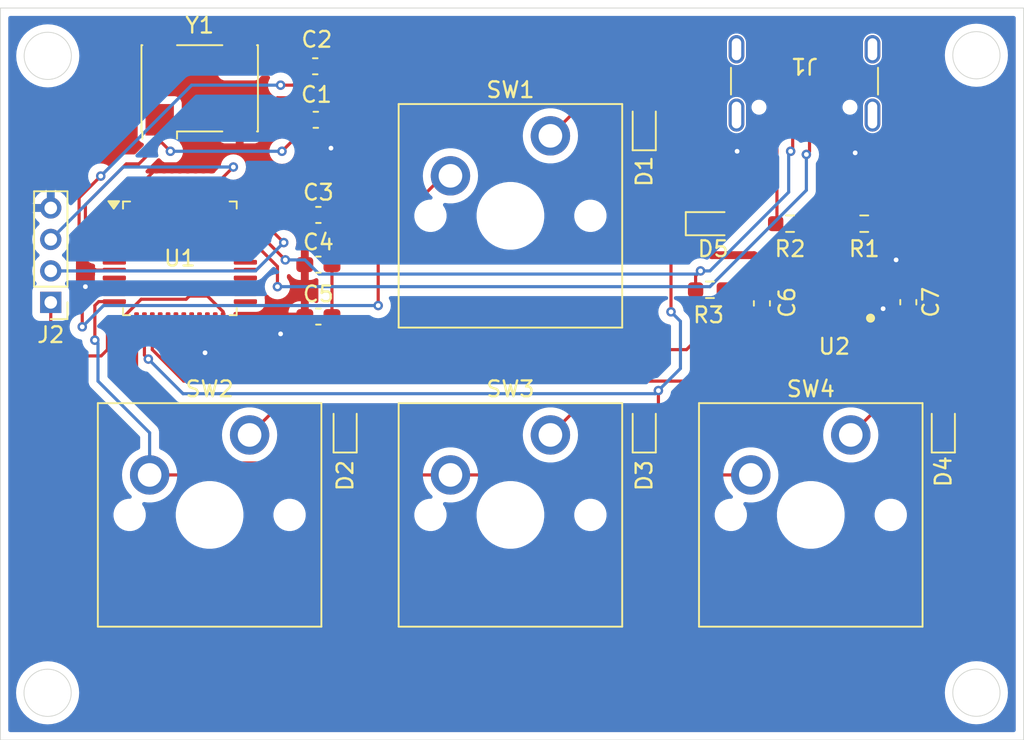
<source format=kicad_pcb>
(kicad_pcb (version 20240108) (generator "pcbnew") (generator_version "8.0")
  (layers (0 "F.Cu" signal) (31 "B.Cu" signal) (34 "B.Paste" user) (35 "F.Paste" user) (36 "B.SilkS" user "B.Silkscreen") (37 "F.SilkS" user "F.Silkscreen") (38 "B.Mask" user) (39 "F.Mask" user) (44 "Edge.Cuts" user))
  (net 0 "")
  (net 1 "Net-(D1-A)")
  (net 2 "/SWCLK")
  (net 3 "Net-(D2-A)")
  (net 4 "Net-(D3-A)")
  (net 5 "Net-(D4-A)")
  (net 6 "/COL3")
  (net 15 "/SWDIO")
  (net 17 "VCC")
  (net 22 "/ROW2")
  (net 25 "/COL2")
  (net 32 "/ROW1")
  (net 34 "/OSC_IN")
  (net 37 "/COL1")
  (net 44 "/OSC_OUT")
  (net 45 "Net-(D5-A)")
  (net 46 "/PA11")
  (net 47 "GND")
  (net 49 "/PA12")
  (net 50 "Net-(J1-CC2)")
  (net 54 "Net-(J1-CC1)")
  (net 57 "+3.3V")
  (footprint "PCM_Switch_Keyboard_Cherry_MX:SW_Cherry_MX_PCB_1.00u" (layer "F.Cu") (at 154.8 104.3)
    (property "Reference" "SW3" (at 0 -8 0) (layer "F.SilkS"))
    (property "Value" "SW_SPST" (hide yes))
    (fp_line (start -7.1 -7.1) (end -7.1 7.1) (stroke (width 0.12)) (layer "F.SilkS"))
    (fp_line (start -7.1 7.1) (end 7.1 7.1) (stroke (width 0.12)) (layer "F.SilkS"))
    (fp_line (start 7.1 -7.1) (end -7.1 -7.1) (stroke (width 0.12)) (layer "F.SilkS"))
    (fp_line (start 7.1 7.1) (end 7.1 -7.1) (stroke (width 0.12)) (layer "F.SilkS"))
    (pad "" np_thru_hole circle (at -5.08 0) (size 1.75 1.75) (drill 1.75) (layers "*.Cu" "*.Mask"))
    (pad "" np_thru_hole circle (at 0 0) (size 4 4) (drill 4) (layers "*.Cu" "*.Mask"))
    (pad "" np_thru_hole circle (at 5.08 0) (size 1.75 1.75) (drill 1.75) (layers "*.Cu" "*.Mask"))
    (pad "1" thru_hole circle (at -3.81 -2.54) (size 2.5 2.5) (drill 1.5) (layers "*.Cu" "*.Mask") (net 22 "/ROW2"))
    (pad "2" thru_hole circle (at 2.54 -5.08) (size 2.5 2.5) (drill 1.5) (layers "*.Cu" "*.Mask") (net 4 "Net-(D3-A)"))
  )
  (footprint "PCM_Switch_Keyboard_Cherry_MX:SW_Cherry_MX_PCB_1.00u" (layer "F.Cu") (at 135.69 104.3)
    (property "Reference" "SW2" (at 0 -8 0) (layer "F.SilkS"))
    (property "Value" "SW_SPST" (hide yes))
    (fp_line (start -7.1 -7.1) (end -7.1 7.1) (stroke (width 0.12)) (layer "F.SilkS"))
    (fp_line (start -7.1 7.1) (end 7.1 7.1) (stroke (width 0.12)) (layer "F.SilkS"))
    (fp_line (start 7.1 -7.1) (end -7.1 -7.1) (stroke (width 0.12)) (layer "F.SilkS"))
    (fp_line (start 7.1 7.1) (end 7.1 -7.1) (stroke (width 0.12)) (layer "F.SilkS"))
    (pad "" np_thru_hole circle (at -5.08 0) (size 1.75 1.75) (drill 1.75) (layers "*.Cu" "*.Mask"))
    (pad "" np_thru_hole circle (at 0 0) (size 4 4) (drill 4) (layers "*.Cu" "*.Mask"))
    (pad "" np_thru_hole circle (at 5.08 0) (size 1.75 1.75) (drill 1.75) (layers "*.Cu" "*.Mask"))
    (pad "1" thru_hole circle (at -3.81 -2.54) (size 2.5 2.5) (drill 1.5) (layers "*.Cu" "*.Mask") (net 22 "/ROW2"))
    (pad "2" thru_hole circle (at 2.54 -5.08) (size 2.5 2.5) (drill 1.5) (layers "*.Cu" "*.Mask") (net 3 "Net-(D2-A)"))
  )
  (footprint "Capacitor_SMD:C_0603_1608Metric_Pad1.08x0.95mm_HandSolder" (layer "F.Cu") (at 142.6 88.4)
    (property "Reference" "C4" (at 0 -1.43 0) (layer "F.SilkS"))
    (property "Value" "100nF" (hide yes))
    (fp_line (start -0.146267 -0.51) (end 0.146267 -0.51) (stroke (width 0.12)) (layer "F.SilkS"))
    (fp_line (start -0.146267 0.51) (end 0.146267 0.51) (stroke (width 0.12)) (layer "F.SilkS"))
    (pad "1" smd roundrect (at -0.8625 0) (size 1.075 0.95) (layers "F.Cu" "F.Paste" "F.Mask") (net 47 "GND"))
    (pad "2" smd roundrect (at 0.8625 0) (size 1.075 0.95) (layers "F.Cu" "F.Paste" "F.Mask") (net 57 "+3.3V"))
  )
  (footprint "Oscillator:Oscillator_SMD_Abracon_ASV-4Pin_7.0x5.1mm" (layer "F.Cu") (at 135.06 77.2)
    (property "Reference" "Y1" (at 0 -4 0) (layer "F.SilkS"))
    (property "Value" "Crystal_GND24" (hide yes))
    (fp_line (start -3.7 -2.74) (end -3.64 -2.74) (stroke (width 0.12)) (layer "F.SilkS"))
    (fp_line (start -3.7 2.74) (end -3.7 -2.74) (stroke (width 0.12)) (layer "F.SilkS"))
    (fp_line (start -3.64 2.74) (end -3.7 2.74) (stroke (width 0.12)) (layer "F.SilkS"))
    (fp_line (start -3.64 3.2) (end -3.64 2.74) (stroke (width 0.12)) (layer "F.SilkS"))
    (fp_line (start -1.44 -2.74) (end 1.44 -2.74) (stroke (width 0.12)) (layer "F.SilkS"))
    (fp_line (start -1.44 2.74) (end -1.44 3.2) (stroke (width 0.12)) (layer "F.SilkS"))
    (fp_line (start 1.44 2.74) (end -1.44 2.74) (stroke (width 0.12)) (layer "F.SilkS"))
    (fp_line (start 3.64 -2.74) (end 3.7 -2.74) (stroke (width 0.12)) (layer "F.SilkS"))
    (fp_line (start 3.7 -2.74) (end 3.7 2.74) (stroke (width 0.12)) (layer "F.SilkS"))
    (fp_line (start 3.7 2.74) (end 3.64 2.74) (stroke (width 0.12)) (layer "F.SilkS"))
    (pad "1" smd rect (at -2.54 2) (size 1.8 2) (layers "F.Cu" "F.Paste" "F.Mask") (net 34 "/OSC_IN"))
    (pad "2" smd rect (at 2.54 2) (size 1.8 2) (layers "F.Cu" "F.Paste" "F.Mask") (net 47 "GND"))
    (pad "3" smd rect (at 2.54 -2) (size 1.8 2) (layers "F.Cu" "F.Paste" "F.Mask") (net 44 "/OSC_OUT"))
    (pad "4" smd rect (at -2.54 -2) (size 1.8 2) (layers "F.Cu" "F.Paste" "F.Mask") (net 47 "GND"))
  )
  (footprint "Capacitor_SMD:C_0603_1608Metric_Pad1.08x0.95mm_HandSolder" (layer "F.Cu") (at 142.4 75.8)
    (property "Reference" "C2" (at 0.1 -1.7 0) (layer "F.SilkS"))
    (property "Value" "10pF" (hide yes))
    (fp_line (start -0.146267 -0.51) (end 0.146267 -0.51) (stroke (width 0.12)) (layer "F.SilkS"))
    (fp_line (start -0.146267 0.51) (end 0.146267 0.51) (stroke (width 0.12)) (layer "F.SilkS"))
    (pad "1" smd roundrect (at -0.8625 0) (size 1.075 0.95) (layers "F.Cu" "F.Paste" "F.Mask") (net 44 "/OSC_OUT"))
    (pad "2" smd roundrect (at 0.8625 0) (size 1.075 0.95) (layers "F.Cu" "F.Paste" "F.Mask") (net 47 "GND"))
  )
  (footprint "Resistor_SMD:R_0603_1608Metric_Pad0.98x0.95mm_HandSolder" (layer "F.Cu") (at 177.275 85.8 180)
    (property "Reference" "R1" (at 0 -1.6 0) (layer "F.SilkS"))
    (property "Value" "5.1kΩ" (hide yes))
    (fp_line (start -0.254724 0.5225) (end 0.254724 0.5225) (stroke (width 0.12)) (layer "F.SilkS"))
    (fp_line (start -0.254724 -0.5225) (end 0.254724 -0.5225) (stroke (width 0.12)) (layer "F.SilkS"))
    (pad "1" smd roundrect (at -0.9125 0 180) (size 0.975 0.95) (layers "F.Cu" "F.Paste" "F.Mask") (net 47 "GND"))
    (pad "2" smd roundrect (at 0.9125 0 180) (size 0.975 0.95) (layers "F.Cu" "F.Paste" "F.Mask") (net 54 "Net-(J1-CC1)"))
  )
  (footprint "Capacitor_SMD:C_0603_1608Metric_Pad1.08x0.95mm_HandSolder" (layer "F.Cu") (at 180.075 90.7875 -90)
    (property "Reference" "C7" (at 0 -1.43 90) (layer "F.SilkS"))
    (property "Value" "1.0uF" (hide yes))
    (fp_line (start -0.146267 0.51) (end 0.146267 0.51) (stroke (width 0.12)) (layer "F.SilkS"))
    (fp_line (start -0.146267 -0.51) (end 0.146267 -0.51) (stroke (width 0.12)) (layer "F.SilkS"))
    (pad "1" smd roundrect (at -0.8625 0 270) (size 1.075 0.95) (layers "F.Cu" "F.Paste" "F.Mask") (net 47 "GND"))
    (pad "2" smd roundrect (at 0.8625 0 270) (size 1.075 0.95) (layers "F.Cu" "F.Paste" "F.Mask") (net 57 "+3.3V"))
  )
  (footprint "Resistor_SMD:R_0603_1608Metric_Pad0.98x0.95mm_HandSolder" (layer "F.Cu") (at 167.475 90 180)
    (property "Reference" "R3" (at 0.0875 -1.6 0) (layer "F.SilkS"))
    (property "Value" "1.5kΩ" (hide yes))
    (fp_line (start -0.254724 0.5225) (end 0.254724 0.5225) (stroke (width 0.12)) (layer "F.SilkS"))
    (fp_line (start -0.254724 -0.5225) (end 0.254724 -0.5225) (stroke (width 0.12)) (layer "F.SilkS"))
    (pad "1" smd roundrect (at -0.9125 0 180) (size 0.975 0.95) (layers "F.Cu" "F.Paste" "F.Mask") (net 57 "+3.3V"))
    (pad "2" smd roundrect (at 0.9125 0 180) (size 0.975 0.95) (layers "F.Cu" "F.Paste" "F.Mask") (net 49 "/PA12"))
  )
  (footprint "Resistor_SMD:R_0603_1608Metric_Pad0.98x0.95mm_HandSolder" (layer "F.Cu") (at 172.5625 85.8 180)
    (property "Reference" "R2" (at 0 -1.6 0) (layer "F.SilkS"))
    (property "Value" "5.1kΩ" (hide yes))
    (fp_line (start -0.254724 0.5225) (end 0.254724 0.5225) (stroke (width 0.12)) (layer "F.SilkS"))
    (fp_line (start -0.254724 -0.5225) (end 0.254724 -0.5225) (stroke (width 0.12)) (layer "F.SilkS"))
    (pad "1" smd roundrect (at -0.9125 0 180) (size 0.975 0.95) (layers "F.Cu" "F.Paste" "F.Mask") (net 47 "GND"))
    (pad "2" smd roundrect (at 0.9125 0 180) (size 0.975 0.95) (layers "F.Cu" "F.Paste" "F.Mask") (net 50 "Net-(J1-CC2)"))
  )
  (footprint "Diode_SMD:D_0603_1608Metric_Pad1.05x0.95mm_HandSolder" (layer "F.Cu") (at 163.3 98.675 90)
    (property "Reference" "D3" (at -3.125 0 90) (layer "F.SilkS"))
    (property "Value" "D" (hide yes))
    (fp_line (start 0.8 -0.735) (end -1.66 -0.735) (stroke (width 0.12)) (layer "F.SilkS"))
    (fp_line (start -1.66 -0.735) (end -1.66 0.735) (stroke (width 0.12)) (layer "F.SilkS"))
    (fp_line (start -1.66 0.735) (end 0.8 0.735) (stroke (width 0.12)) (layer "F.SilkS"))
    (pad "1" smd roundrect (at -0.875 0 90) (size 1.05 0.95) (layers "F.Cu" "F.Paste" "F.Mask") (net 25 "/COL2"))
    (pad "2" smd roundrect (at 0.875 0 90) (size 1.05 0.95) (layers "F.Cu" "F.Paste" "F.Mask") (net 4 "Net-(D3-A)"))
  )
  (footprint "Diode_SMD:D_0603_1608Metric_Pad1.05x0.95mm_HandSolder" (layer "F.Cu") (at 163.3 79.475 90)
    (property "Reference" "D1" (at -3 0 90) (layer "F.SilkS"))
    (property "Value" "D" (hide yes))
    (fp_line (start 0.8 -0.735) (end -1.66 -0.735) (stroke (width 0.12)) (layer "F.SilkS"))
    (fp_line (start -1.66 -0.735) (end -1.66 0.735) (stroke (width 0.12)) (layer "F.SilkS"))
    (fp_line (start -1.66 0.735) (end 0.8 0.735) (stroke (width 0.12)) (layer "F.SilkS"))
    (pad "1" smd roundrect (at -0.875 0 90) (size 1.05 0.95) (layers "F.Cu" "F.Paste" "F.Mask") (net 25 "/COL2"))
    (pad "2" smd roundrect (at 0.875 0 90) (size 1.05 0.95) (layers "F.Cu" "F.Paste" "F.Mask") (net 1 "Net-(D1-A)"))
  )
  (footprint "AP2210N-3.3TRG1:SOT95P280X145-3N" (layer "F.Cu") (at 175.375 90.8 180)
    (property "Reference" "U2" (at 0 -2.8 0) (layer "F.SilkS") (effects (font (size 1.000638 1.000638))))
    (property "Value" "AP2210N-3.3TRG1" (hide yes))
    (fp_circle (center -2.3 -1) (end -2.076394 -1) (stroke (width 0.127)) (fill none) (layer "F.SilkS"))
    (fp_circle (center -2.3 -1) (end -2.158581 -1) (stroke (width 0.127)) (fill none) (layer "F.SilkS"))
    (fp_circle (center -2.3 -1) (end -2.2 -1) (stroke (width 0.127)) (fill none) (layer "F.SilkS"))
    (fp_circle (center -2.4 -1) (end -2.3 -1) (stroke (width 0.127)) (fill none) (layer "F.SilkS"))
    (pad "1" smd rect (at -1.3 -0.95 180) (size 1.05 0.6) (layers "F.Cu" "F.Paste" "F.Mask") (net 47 "GND"))
    (pad "2" smd rect (at -1.3 0.95 180) (size 1.05 0.6) (layers "F.Cu" "F.Paste" "F.Mask") (net 57 "+3.3V"))
    (pad "3" smd rect (at 1.3 0 180) (size 1.05 0.6) (layers "F.Cu" "F.Paste" "F.Mask") (net 17 "VCC"))
  )
  (footprint "Diode_SMD:D_0603_1608Metric_Pad1.05x0.95mm_HandSolder" (layer "F.Cu") (at 182.3 98.675 90)
    (property "Reference" "D4" (at -2.875 0 90) (layer "F.SilkS"))
    (property "Value" "D" (hide yes))
    (fp_line (start 0.8 -0.735) (end -1.66 -0.735) (stroke (width 0.12)) (layer "F.SilkS"))
    (fp_line (start -1.66 -0.735) (end -1.66 0.735) (stroke (width 0.12)) (layer "F.SilkS"))
    (fp_line (start -1.66 0.735) (end 0.8 0.735) (stroke (width 0.12)) (layer "F.SilkS"))
    (pad "1" smd roundrect (at -0.875 0 90) (size 1.05 0.95) (layers "F.Cu" "F.Paste" "F.Mask") (net 6 "/COL3"))
    (pad "2" smd roundrect (at 0.875 0 90) (size 1.05 0.95) (layers "F.Cu" "F.Paste" "F.Mask") (net 5 "Net-(D4-A)"))
  )
  (footprint "Diode_SMD:D_0603_1608Metric_Pad1.05x0.95mm_HandSolder" (layer "F.Cu") (at 144.3 98.675 90)
    (property "Reference" "D2" (at -3.125 0 90) (layer "F.SilkS"))
    (property "Value" "D" (hide yes))
    (fp_line (start 0.8 -0.735) (end -1.66 -0.735) (stroke (width 0.12)) (layer "F.SilkS"))
    (fp_line (start -1.66 -0.735) (end -1.66 0.735) (stroke (width 0.12)) (layer "F.SilkS"))
    (fp_line (start -1.66 0.735) (end 0.8 0.735) (stroke (width 0.12)) (layer "F.SilkS"))
    (pad "1" smd roundrect (at -0.875 0 90) (size 1.05 0.95) (layers "F.Cu" "F.Paste" "F.Mask") (net 37 "/COL1"))
    (pad "2" smd roundrect (at 0.875 0 90) (size 1.05 0.95) (layers "F.Cu" "F.Paste" "F.Mask") (net 3 "Net-(D2-A)"))
  )
  (footprint "Capacitor_SMD:C_0603_1608Metric_Pad1.08x0.95mm_HandSolder" (layer "F.Cu") (at 142.6 85.2425)
    (property "Reference" "C3" (at 0 -1.43 0) (layer "F.SilkS"))
    (property "Value" "100nF" (hide yes))
    (fp_line (start -0.146267 -0.51) (end 0.146267 -0.51) (stroke (width 0.12)) (layer "F.SilkS"))
    (fp_line (start -0.146267 0.51) (end 0.146267 0.51) (stroke (width 0.12)) (layer "F.SilkS"))
    (pad "1" smd roundrect (at -0.8625 0) (size 1.075 0.95) (layers "F.Cu" "F.Paste" "F.Mask") (net 47 "GND"))
    (pad "2" smd roundrect (at 0.8625 0) (size 1.075 0.95) (layers "F.Cu" "F.Paste" "F.Mask") (net 57 "+3.3V"))
  )
  (footprint "Diode_SMD:D_0603_1608Metric_Pad1.05x0.95mm_HandSolder" (layer "F.Cu") (at 167.6 85.8)
    (property "Reference" "D5" (at 0.075 1.6 0) (layer "F.SilkS"))
    (property "Value" "D" (hide yes))
    (fp_line (start -1.66 -0.735) (end -1.66 0.735) (stroke (width 0.12)) (layer "F.SilkS"))
    (fp_line (start -1.66 0.735) (end 0.8 0.735) (stroke (width 0.12)) (layer "F.SilkS"))
    (fp_line (start 0.8 -0.735) (end -1.66 -0.735) (stroke (width 0.12)) (layer "F.SilkS"))
    (pad "1" smd roundrect (at -0.875 0) (size 1.05 0.95) (layers "F.Cu" "F.Paste" "F.Mask") (net 17 "VCC"))
    (pad "2" smd roundrect (at 0.875 0) (size 1.05 0.95) (layers "F.Cu" "F.Paste" "F.Mask") (net 45 "Net-(D5-A)"))
  )
  (footprint "Capacitor_SMD:C_0603_1608Metric_Pad1.08x0.95mm_HandSolder" (layer "F.Cu") (at 170.775 90.8625 90)
    (property "Reference" "C6" (at 0.0625 1.6 90) (layer "F.SilkS"))
    (property "Value" "1.0uF" (hide yes))
    (fp_line (start -0.146267 -0.51) (end 0.146267 -0.51) (stroke (width 0.12)) (layer "F.SilkS"))
    (fp_line (start -0.146267 0.51) (end 0.146267 0.51) (stroke (width 0.12)) (layer "F.SilkS"))
    (pad "1" smd roundrect (at -0.8625 0 90) (size 1.075 0.95) (layers "F.Cu" "F.Paste" "F.Mask") (net 47 "GND"))
    (pad "2" smd roundrect (at 0.8625 0 90) (size 1.075 0.95) (layers "F.Cu" "F.Paste" "F.Mask") (net 17 "VCC"))
  )
  (footprint "PCM_Switch_Keyboard_Cherry_MX:SW_Cherry_MX_PCB_1.00u" (layer "F.Cu") (at 154.8 85.3)
    (property "Reference" "SW1" (at 0 -8 0) (layer "F.SilkS"))
    (property "Value" "SW_SPST" (hide yes))
    (fp_line (start -7.1 -7.1) (end -7.1 7.1) (stroke (width 0.12)) (layer "F.SilkS"))
    (fp_line (start -7.1 7.1) (end 7.1 7.1) (stroke (width 0.12)) (layer "F.SilkS"))
    (fp_line (start 7.1 -7.1) (end -7.1 -7.1) (stroke (width 0.12)) (layer "F.SilkS"))
    (fp_line (start 7.1 7.1) (end 7.1 -7.1) (stroke (width 0.12)) (layer "F.SilkS"))
    (pad "" np_thru_hole circle (at -5.08 0) (size 1.75 1.75) (drill 1.75) (layers "*.Cu" "*.Mask"))
    (pad "" np_thru_hole circle (at 0 0) (size 4 4) (drill 4) (layers "*.Cu" "*.Mask"))
    (pad "" np_thru_hole circle (at 5.08 0) (size 1.75 1.75) (drill 1.75) (layers "*.Cu" "*.Mask"))
    (pad "1" thru_hole circle (at -3.81 -2.54) (size 2.5 2.5) (drill 1.5) (layers "*.Cu" "*.Mask") (net 32 "/ROW1"))
    (pad "2" thru_hole circle (at 2.54 -5.08) (size 2.5 2.5) (drill 1.5) (layers "*.Cu" "*.Mask") (net 1 "Net-(D1-A)"))
  )
  (footprint "PCM_Switch_Keyboard_Cherry_MX:SW_Cherry_MX_PCB_1.00u" (layer "F.Cu") (at 173.88 104.3)
    (property "Reference" "SW4" (at 0 -8 0) (layer "F.SilkS"))
    (property "Value" "SW_SPST" (hide yes))
    (fp_line (start -7.1 -7.1) (end -7.1 7.1) (stroke (width 0.12)) (layer "F.SilkS"))
    (fp_line (start -7.1 7.1) (end 7.1 7.1) (stroke (width 0.12)) (layer "F.SilkS"))
    (fp_line (start 7.1 -7.1) (end -7.1 -7.1) (stroke (width 0.12)) (layer "F.SilkS"))
    (fp_line (start 7.1 7.1) (end 7.1 -7.1) (stroke (width 0.12)) (layer "F.SilkS"))
    (pad "" np_thru_hole circle (at -5.08 0) (size 1.75 1.75) (drill 1.75) (layers "*.Cu" "*.Mask"))
    (pad "" np_thru_hole circle (at 0 0) (size 4 4) (drill 4) (layers "*.Cu" "*.Mask"))
    (pad "" np_thru_hole circle (at 5.08 0) (size 1.75 1.75) (drill 1.75) (layers "*.Cu" "*.Mask"))
    (pad "1" thru_hole circle (at -3.81 -2.54) (size 2.5 2.5) (drill 1.5) (layers "*.Cu" "*.Mask") (net 22 "/ROW2"))
    (pad "2" thru_hole circle (at 2.54 -5.08) (size 2.5 2.5) (drill 1.5) (layers "*.Cu" "*.Mask") (net 5 "Net-(D4-A)"))
  )
  (footprint "Connector_PinHeader_2.00mm:PinHeader_1x04_P2.00mm_Vertical" (layer "F.Cu") (at 125.6 90.8 180)
    (property "Reference" "J2" (at 0 -2.06 0) (layer "F.SilkS"))
    (property "Value" "SWD" (hide yes))
    (fp_line (start 1.06 1) (end 1.06 7.06) (stroke (width 0.12)) (layer "F.SilkS"))
    (fp_line (start -1.06 7.06) (end 1.06 7.06) (stroke (width 0.12)) (layer "F.SilkS"))
    (fp_line (start -1.06 1) (end 1.06 1) (stroke (width 0.12)) (layer "F.SilkS"))
    (fp_line (start -1.06 1) (end -1.06 7.06) (stroke (width 0.12)) (layer "F.SilkS"))
    (fp_line (start -1.06 0) (end -1.06 -1.06) (stroke (width 0.12)) (layer "F.SilkS"))
    (fp_line (start -1.06 -1.06) (end 0 -1.06) (stroke (width 0.12)) (layer "F.SilkS"))
    (pad "1" thru_hole rect (at 0 0 180) (size 1.35 1.35) (drill 0.8) (layers "*.Cu" "*.Mask") (net 57 "+3.3V"))
    (pad "2" thru_hole oval (at 0 2 180) (size 1.35 1.35) (drill 0.8) (layers "*.Cu" "*.Mask") (net 15 "/SWDIO"))
    (pad "3" thru_hole oval (at 0 4 180) (size 1.35 1.35) (drill 0.8) (layers "*.Cu" "*.Mask") (net 2 "/SWCLK"))
    (pad "4" thru_hole oval (at 0 6 180) (size 1.35 1.35) (drill 0.8) (layers "*.Cu" "*.Mask") (net 47 "GND"))
  )
  (footprint "Capacitor_SMD:C_0603_1608Metric_Pad1.08x0.95mm_HandSolder" (layer "F.Cu") (at 142.6 91.7)
    (property "Reference" "C5" (at 0 -1.43 0) (layer "F.SilkS"))
    (property "Value" "100nF" (hide yes))
    (fp_line (start -0.146267 -0.51) (end 0.146267 -0.51) (stroke (width 0.12)) (layer "F.SilkS"))
    (fp_line (start -0.146267 0.51) (end 0.146267 0.51) (stroke (width 0.12)) (layer "F.SilkS"))
    (pad "1" smd roundrect (at -0.8625 0) (size 1.075 0.95) (layers "F.Cu" "F.Paste" "F.Mask") (net 47 "GND"))
    (pad "2" smd roundrect (at 0.8625 0) (size 1.075 0.95) (layers "F.Cu" "F.Paste" "F.Mask") (net 57 "+3.3V"))
  )
  (footprint "Package_QFP:LQFP-48_7x7mm_P0.5mm" (layer "F.Cu") (at 133.8 88)
    (property "Reference" "U1" (at 0 0 0) (layer "F.SilkS"))
    (property "Value" "STM32F103C8Tx" (hide yes))
    (fp_line (start -3.61 -3.61) (end -3.61 -3.16) (stroke (width 0.12)) (layer "F.SilkS"))
    (fp_line (start -3.61 3.61) (end -3.61 3.16) (stroke (width 0.12)) (layer "F.SilkS"))
    (fp_line (start -3.16 -3.61) (end -3.61 -3.61) (stroke (width 0.12)) (layer "F.SilkS"))
    (fp_line (start -3.16 3.61) (end -3.61 3.61) (stroke (width 0.12)) (layer "F.SilkS"))
    (fp_line (start 3.16 -3.61) (end 3.61 -3.61) (stroke (width 0.12)) (layer "F.SilkS"))
    (fp_line (start 3.16 3.61) (end 3.61 3.61) (stroke (width 0.12)) (layer "F.SilkS"))
    (fp_line (start 3.61 -3.61) (end 3.61 -3.16) (stroke (width 0.12)) (layer "F.SilkS"))
    (fp_line (start 3.61 3.61) (end 3.61 3.16) (stroke (width 0.12)) (layer "F.SilkS"))
    (fp_poly (pts (xy -4.2 -3.16) (xy -4.54 -3.63) (xy -3.86 -3.63) (xy -4.2 -3.16)) (stroke (width 0.12)) (fill solid) (layer "F.SilkS"))
    (pad "1" smd roundrect (at -4.1625 -2.75) (size 1.475 0.3) (layers "F.Cu" "F.Paste" "F.Mask"))
    (pad "2" smd roundrect (at -4.1625 -2.25) (size 1.475 0.3) (layers "F.Cu" "F.Paste" "F.Mask"))
    (pad "3" smd roundrect (at -4.1625 -1.75) (size 1.475 0.3) (layers "F.Cu" "F.Paste" "F.Mask"))
    (pad "4" smd roundrect (at -4.1625 -1.25) (size 1.475 0.3) (layers "F.Cu" "F.Paste" "F.Mask"))
    (pad "5" smd roundrect (at -4.1625 -0.75) (size 1.475 0.3) (layers "F.Cu" "F.Paste" "F.Mask") (net 34 "/OSC_IN"))
    (pad "6" smd roundrect (at -4.1625 -0.25) (size 1.475 0.3) (layers "F.Cu" "F.Paste" "F.Mask") (net 44 "/OSC_OUT"))
    (pad "7" smd roundrect (at -4.1625 0.25) (size 1.475 0.3) (layers "F.Cu" "F.Paste" "F.Mask"))
    (pad "8" smd roundrect (at -4.1625 0.75) (size 1.475 0.3) (layers "F.Cu" "F.Paste" "F.Mask") (net 47 "GND"))
    (pad "9" smd roundrect (at -4.1625 1.25) (size 1.475 0.3) (layers "F.Cu" "F.Paste" "F.Mask"))
    (pad "10" smd roundrect (at -4.1625 1.75) (size 1.475 0.3) (layers "F.Cu" "F.Paste" "F.Mask"))
    (pad "11" smd roundrect (at -4.1625 2.25) (size 1.475 0.3) (layers "F.Cu" "F.Paste" "F.Mask") (net 32 "/ROW1"))
    (pad "12" smd roundrect (at -4.1625 2.75) (size 1.475 0.3) (layers "F.Cu" "F.Paste" "F.Mask") (net 22 "/ROW2"))
    (pad "13" smd roundrect (at -2.75 4.1625) (size 0.3 1.475) (layers "F.Cu" "F.Paste" "F.Mask") (net 37 "/COL1"))
    (pad "14" smd roundrect (at -2.25 4.1625) (size 0.3 1.475) (layers "F.Cu" "F.Paste" "F.Mask") (net 25 "/COL2"))
    (pad "15" smd roundrect (at -1.75 4.1625) (size 0.3 1.475) (layers "F.Cu" "F.Paste" "F.Mask") (net 6 "/COL3"))
    (pad "16" smd roundrect (at -1.25 4.1625) (size 0.3 1.475) (layers "F.Cu" "F.Paste" "F.Mask"))
    (pad "17" smd roundrect (at -0.75 4.1625) (size 0.3 1.475) (layers "F.Cu" "F.Paste" "F.Mask"))
    (pad "18" smd roundrect (at -0.25 4.1625) (size 0.3 1.475) (layers "F.Cu" "F.Paste" "F.Mask"))
    (pad "19" smd roundrect (at 0.25 4.1625) (size 0.3 1.475) (layers "F.Cu" "F.Paste" "F.Mask"))
    (pad "20" smd roundrect (at 0.75 4.1625) (size 0.3 1.475) (layers "F.Cu" "F.Paste" "F.Mask"))
    (pad "21" smd roundrect (at 1.25 4.1625) (size 0.3 1.475) (layers "F.Cu" "F.Paste" "F.Mask"))
    (pad "22" smd roundrect (at 1.75 4.1625) (size 0.3 1.475) (layers "F.Cu" "F.Paste" "F.Mask"))
    (pad "23" smd roundrect (at 2.25 4.1625) (size 0.3 1.475) (layers "F.Cu" "F.Paste" "F.Mask") (net 47 "GND"))
    (pad "24" smd roundrect (at 2.75 4.1625) (size 0.3 1.475) (layers "F.Cu" "F.Paste" "F.Mask") (net 57 "+3.3V"))
    (pad "25" smd roundrect (at 4.1625 2.75) (size 1.475 0.3) (layers "F.Cu" "F.Paste" "F.Mask"))
    (pad "26" smd roundrect (at 4.1625 2.25) (size 1.475 0.3) (layers "F.Cu" "F.Paste" "F.Mask"))
    (pad "27" smd roundrect (at 4.1625 1.75) (size 1.475 0.3) (layers "F.Cu" "F.Paste" "F.Mask"))
    (pad "28" smd roundrect (at 4.1625 1.25) (size 1.475 0.3) (layers "F.Cu" "F.Paste" "F.Mask"))
    (pad "29" smd roundrect (at 4.1625 0.75) (size 1.475 0.3) (layers "F.Cu" "F.Paste" "F.Mask"))
    (pad "30" smd roundrect (at 4.1625 0.25) (size 1.475 0.3) (layers "F.Cu" "F.Paste" "F.Mask"))
    (pad "31" smd roundrect (at 4.1625 -0.25) (size 1.475 0.3) (layers "F.Cu" "F.Paste" "F.Mask"))
    (pad "32" smd roundrect (at 4.1625 -0.75) (size 1.475 0.3) (layers "F.Cu" "F.Paste" "F.Mask") (net 46 "/PA11"))
    (pad "33" smd roundrect (at 4.1625 -1.25) (size 1.475 0.3) (layers "F.Cu" "F.Paste" "F.Mask") (net 49 "/PA12"))
    (pad "34" smd roundrect (at 4.1625 -1.75) (size 1.475 0.3) (layers "F.Cu" "F.Paste" "F.Mask") (net 15 "/SWDIO"))
    (pad "35" smd roundrect (at 4.1625 -2.25) (size 1.475 0.3) (layers "F.Cu" "F.Paste" "F.Mask") (net 47 "GND"))
    (pad "36" smd roundrect (at 4.1625 -2.75) (size 1.475 0.3) (layers "F.Cu" "F.Paste" "F.Mask") (net 57 "+3.3V"))
    (pad "37" smd roundrect (at 2.75 -4.1625) (size 0.3 1.475) (layers "F.Cu" "F.Paste" "F.Mask") (net 2 "/SWCLK"))
    (pad "38" smd roundrect (at 2.25 -4.1625) (size 0.3 1.475) (layers "F.Cu" "F.Paste" "F.Mask"))
    (pad "39" smd roundrect (at 1.75 -4.1625) (size 0.3 1.475) (layers "F.Cu" "F.Paste" "F.Mask"))
    (pad "40" smd roundrect (at 1.25 -4.1625) (size 0.3 1.475) (layers "F.Cu" "F.Paste" "F.Mask"))
    (pad "41" smd roundrect (at 0.75 -4.1625) (size 0.3 1.475) (layers "F.Cu" "F.Paste" "F.Mask"))
    (pad "42" smd roundrect (at 0.25 -4.1625) (size 0.3 1.475) (layers "F.Cu" "F.Paste" "F.Mask"))
    (pad "43" smd roundrect (at -0.25 -4.1625) (size 0.3 1.475) (layers "F.Cu" "F.Paste" "F.Mask"))
    (pad "44" smd roundrect (at -0.75 -4.1625) (size 0.3 1.475) (layers "F.Cu" "F.Paste" "F.Mask"))
    (pad "45" smd roundrect (at -1.25 -4.1625) (size 0.3 1.475) (layers "F.Cu" "F.Paste" "F.Mask"))
    (pad "46" smd roundrect (at -1.75 -4.1625) (size 0.3 1.475) (layers "F.Cu" "F.Paste" "F.Mask"))
    (pad "47" smd roundrect (at -2.25 -4.1625) (size 0.3 1.475) (layers "F.Cu" "F.Paste" "F.Mask") (net 47 "GND"))
    (pad "48" smd roundrect (at -2.75 -4.1625) (size 0.3 1.475) (layers "F.Cu" "F.Paste" "F.Mask") (net 57 "+3.3V"))
  )
  (footprint "Capacitor_SMD:C_0603_1608Metric_Pad1.08x0.95mm_HandSolder" (layer "F.Cu") (at 142.4375 79.2)
    (property "Reference" "C1" (at 0.0375 -1.6 0) (layer "F.SilkS"))
    (property "Value" "10pF" (hide yes))
    (fp_line (start -0.146267 -0.51) (end 0.146267 -0.51) (stroke (width 0.12)) (layer "F.SilkS"))
    (fp_line (start -0.146267 0.51) (end 0.146267 0.51) (stroke (width 0.12)) (layer "F.SilkS"))
    (pad "1" smd roundrect (at -0.8625 0) (size 1.075 0.95) (layers "F.Cu" "F.Paste" "F.Mask") (net 34 "/OSC_IN"))
    (pad "2" smd roundrect (at 0.8625 0) (size 1.075 0.95) (layers "F.Cu" "F.Paste" "F.Mask") (net 47 "GND"))
  )
  (footprint "Connector_USB:USB_C_Receptacle_GCT_USB4105-xx-A_16P_TopMnt_Horizontal" (layer "F.Cu") (at 173.48 75.795 180)
    (property "Reference" "J1" (at 0.000868 0.006225 180) (layer "F.SilkS"))
    (property "Value" "USB_C_Receptacle_USB2.0_16P" (hide yes))
    (fp_line (start 4.67 -0.1) (end 4.67 -1.8) (stroke (width 0.12)) (layer "F.SilkS"))
    (fp_line (start -4.67 -0.1) (end -4.67 -1.8) (stroke (width 0.12)) (layer "F.SilkS"))
    (pad "" np_thru_hole circle (at -2.89 -2.605 180) (size 0.65 0.65) (drill 0.65) (layers "F&B.Cu" "*.Mask"))
    (pad "" np_thru_hole circle (at 2.89 -2.605 180) (size 0.65 0.65) (drill 0.65) (layers "F&B.Cu" "*.Mask"))
    (pad "A1" smd roundrect (at -3.2 -3.68 180) (size 0.6 1.15) (layers "F.Cu" "F.Paste" "F.Mask") (net 47 "GND"))
    (pad "A4" smd roundrect (at -2.4 -3.68 180) (size 0.6 1.15) (layers "F.Cu" "F.Paste" "F.Mask") (net 45 "Net-(D5-A)"))
    (pad "A5" smd roundrect (at -1.25 -3.68 180) (size 0.3 1.15) (layers "F.Cu" "F.Paste" "F.Mask") (net 54 "Net-(J1-CC1)"))
    (pad "A6" smd roundrect (at -0.25 -3.68 180) (size 0.3 1.15) (layers "F.Cu" "F.Paste" "F.Mask") (net 49 "/PA12"))
    (pad "A7" smd roundrect (at 0.25 -3.68 180) (size 0.3 1.15) (layers "F.Cu" "F.Paste" "F.Mask") (net 46 "/PA11"))
    (pad "A8" smd roundrect (at 1.25 -3.68 180) (size 0.3 1.15) (layers "F.Cu" "F.Paste" "F.Mask"))
    (pad "A9" smd roundrect (at 2.4 -3.68 180) (size 0.6 1.15) (layers "F.Cu" "F.Paste" "F.Mask") (net 45 "Net-(D5-A)"))
    (pad "A12" smd roundrect (at 3.2 -3.68 180) (size 0.6 1.15) (layers "F.Cu" "F.Paste" "F.Mask") (net 47 "GND"))
    (pad "B1" smd roundrect (at 3.2 -3.68 180) (size 0.6 1.15) (layers "F.Cu" "F.Paste" "F.Mask") (net 47 "GND"))
    (pad "B4" smd roundrect (at 2.4 -3.68 180) (size 0.6 1.15) (layers "F.Cu" "F.Paste" "F.Mask") (net 45 "Net-(D5-A)"))
    (pad "B5" smd roundrect (at 1.75 -3.68 180) (size 0.3 1.15) (layers "F.Cu" "F.Paste" "F.Mask") (net 50 "Net-(J1-CC2)"))
    (pad "B6" smd roundrect (at 0.75 -3.68 180) (size 0.3 1.15) (layers "F.Cu" "F.Paste" "F.Mask") (net 49 "/PA12"))
    (pad "B7" smd roundrect (at -0.75 -3.68 180) (size 0.3 1.15) (layers "F.Cu" "F.Paste" "F.Mask") (net 46 "/PA11"))
    (pad "B8" smd roundrect (at -1.75 -3.68 180) (size 0.3 1.15) (layers "F.Cu" "F.Paste" "F.Mask"))
    (pad "B9" smd roundrect (at -2.4 -3.68 180) (size 0.6 1.15) (layers "F.Cu" "F.Paste" "F.Mask") (net 45 "Net-(D5-A)"))
    (pad "B12" smd roundrect (at -3.2 -3.68 180) (size 0.6 1.15) (layers "F.Cu" "F.Paste" "F.Mask") (net 47 "GND"))
    (pad "S1" thru_hole oval (at -4.32 -3.105 180) (size 1 2.1) (drill oval 0.6 1.7) (layers "*.Cu" "*.Mask" "F.Paste"))
    (pad "S1" thru_hole oval (at -4.32 1.075 180) (size 1 1.8) (drill oval 0.6 1.4) (layers "*.Cu" "*.Mask" "F.Paste"))
    (pad "S1" thru_hole oval (at 4.32 -3.105 180) (size 1 2.1) (drill oval 0.6 1.7) (layers "*.Cu" "*.Mask" "F.Paste"))
    (pad "S1" thru_hole oval (at 4.32 1.075 180) (size 1 1.8) (drill oval 0.6 1.4) (layers "*.Cu" "*.Mask" "F.Paste"))
  )
  (gr_rect (start 122.4 72.1) (end 187.4 118.6) (stroke (width 0.05)) (fill none) (layer "Edge.Cuts"))
  (gr_circle (center 184.4 115.594937) (end 185.9 115.594937) (stroke (width 0.05)) (fill none) (layer "Edge.Cuts"))
  (gr_circle (center 125.409819 75.138308) (end 126.909819 75.138308) (stroke (width 0.05)) (fill none) (layer "Edge.Cuts"))
  (gr_circle (center 125.4 115.6) (end 126.9 115.6) (stroke (width 0.05)) (fill none) (layer "Edge.Cuts"))
  (gr_circle (center 184.4 75.1) (end 185.9 75.1) (stroke (width 0.05)) (fill none) (layer "Edge.Cuts"))
  (segment (start 163.3 78.6) (end 158.96 78.6) (width 0.2) (layer "F.Cu") (net 1))
  (segment (start 158.96 78.6) (end 157.34 80.22) (width 0.2) (layer "F.Cu") (net 1))
  (segment (start 136.55 83.8375) (end 136.55 82.85) (width 0.2) (layer "F.Cu") (net 2))
  (segment (start 136.55 82.85) (end 137.2 82.2) (width 0.2) (layer "F.Cu") (net 2))
  (via (at 137.2 82.2) (size 0.6) (drill 0.3) (layers "F.Cu" "B.Cu") (net 2))
  (segment (start 137.2 82.2) (end 130.2 82.2) (width 0.2) (layer "B.Cu") (net 2))
  (segment (start 130.2 82.2) (end 125.6 86.8) (width 0.2) (layer "B.Cu") (net 2))
  (segment (start 139.65 97.8) (end 138.23 99.22) (width 0.2) (layer "F.Cu") (net 3))
  (segment (start 144.3 97.8) (end 139.65 97.8) (width 0.2) (layer "F.Cu") (net 3))
  (segment (start 158.76 97.8) (end 157.34 99.22) (width 0.2) (layer "F.Cu") (net 4))
  (segment (start 163.3 97.8) (end 158.76 97.8) (width 0.2) (layer "F.Cu") (net 4))
  (segment (start 182.3 97.8) (end 177.84 97.8) (width 0.2) (layer "F.Cu") (net 5))
  (segment (start 177.84 97.8) (end 176.42 99.22) (width 0.2) (layer "F.Cu") (net 5))
  (segment (start 174.4 101.6) (end 180.25 101.6) (width 0.2) (layer "F.Cu") (net 6))
  (segment (start 170.807968 95.8) (end 172.4 97.392032) (width 0.2) (layer "F.Cu") (net 6))
  (segment (start 172.4 99.6) (end 174.4 101.6) (width 0.2) (layer "F.Cu") (net 6))
  (segment (start 132.05 93.801471) (end 134.048529 95.8) (width 0.2) (layer "F.Cu") (net 6))
  (segment (start 172.4 97.392032) (end 172.4 99.6) (width 0.2) (layer "F.Cu") (net 6))
  (segment (start 132.05 92.1625) (end 132.05 93.801471) (width 0.2) (layer "F.Cu") (net 6))
  (segment (start 180.25 101.6) (end 182.3 99.55) (width 0.2) (layer "F.Cu") (net 6))
  (segment (start 134.048529 95.8) (end 170.807968 95.8) (width 0.2) (layer "F.Cu") (net 6))
  (segment (start 137.9625 86.25) (end 139.65 86.25) (width 0.2) (layer "F.Cu") (net 15))
  (segment (start 139.65 86.25) (end 140.4 87) (width 0.2) (layer "F.Cu") (net 15))
  (via (at 140.4 87) (size 0.6) (drill 0.3) (layers "F.Cu" "B.Cu") (net 15))
  (segment (start 140.4 87) (end 138.6 88.8) (width 0.2) (layer "B.Cu") (net 15))
  (segment (start 138.6 88.8) (end 125.6 88.8) (width 0.2) (layer "B.Cu") (net 15))
  (segment (start 170.275 87.8) (end 167.6 87.8) (width 0.5) (layer "F.Cu") (net 17))
  (segment (start 171.575 90.8) (end 170.775 90) (width 0.5) (layer "F.Cu") (net 17))
  (segment (start 170.775 88.3) (end 170.275 87.8) (width 0.5) (layer "F.Cu") (net 17))
  (segment (start 167.6 87.8) (end 166.725 86.925) (width 0.5) (layer "F.Cu") (net 17))
  (segment (start 170.775 90) (end 170.775 88.3) (width 0.5) (layer "F.Cu") (net 17))
  (segment (start 166.725 86.925) (end 166.725 85.8) (width 0.5) (layer "F.Cu") (net 17))
  (segment (start 174.075 90.8) (end 171.575 90.8) (width 0.5) (layer "F.Cu") (net 17))
  (segment (start 128.65 90.75) (end 129.6375 90.75) (width 0.2) (layer "F.Cu") (net 22))
  (segment (start 128.4 91) (end 128.65 90.75) (width 0.2) (layer "F.Cu") (net 22))
  (segment (start 128.4 93.2) (end 128.4 91) (width 0.2) (layer "F.Cu") (net 22))
  (segment (start 131.88 101.76) (end 150.99 101.76) (width 0.2) (layer "F.Cu") (net 22))
  (segment (start 150.99 101.76) (end 170.07 101.76) (width 0.2) (layer "F.Cu") (net 22))
  (via (at 128.4 93.2) (size 0.6) (drill 0.3) (layers "F.Cu" "B.Cu") (net 22))
  (segment (start 128.6 93.4) (end 128.6 95.8) (width 0.2) (layer "B.Cu") (net 22))
  (segment (start 128.6 95.8) (end 131.88 99.08) (width 0.2) (layer "B.Cu") (net 22))
  (segment (start 128.4 93.2) (end 128.6 93.4) (width 0.2) (layer "B.Cu") (net 22))
  (segment (start 131.88 99.08) (end 131.88 101.76) (width 0.2) (layer "B.Cu") (net 22))
  (segment (start 165 91.4) (end 165 81) (width 0.2) (layer "F.Cu") (net 25))
  (segment (start 165 81) (end 164.35 80.35) (width 0.2) (layer "F.Cu") (net 25))
  (segment (start 164.2 96.4) (end 164.2 98.65) (width 0.2) (layer "F.Cu") (net 25))
  (segment (start 131.55 92.1625) (end 131.55 94.15) (width 0.2) (layer "F.Cu") (net 25))
  (segment (start 164.2 98.65) (end 163.3 99.55) (width 0.2) (layer "F.Cu") (net 25))
  (segment (start 164.35 80.35) (end 163.3 80.35) (width 0.2) (layer "F.Cu") (net 25))
  (segment (start 131.55 94.15) (end 131.8 94.4) (width 0.2) (layer "F.Cu") (net 25))
  (via (at 164.2 96.4) (size 0.6) (drill 0.3) (layers "F.Cu" "B.Cu") (net 25))
  (via (at 165 91.4) (size 0.6) (drill 0.3) (layers "F.Cu" "B.Cu") (net 25))
  (via (at 131.8 94.4) (size 0.6) (drill 0.3) (layers "F.Cu" "B.Cu") (net 25))
  (segment (start 165.6 95) (end 165.6 92) (width 0.2) (layer "B.Cu") (net 25))
  (segment (start 164 96.6) (end 134 96.6) (width 0.2) (layer "B.Cu") (net 25))
  (segment (start 164.2 96.4) (end 165.6 95) (width 0.2) (layer "B.Cu") (net 25))
  (segment (start 134 96.6) (end 131.8 94.4) (width 0.2) (layer "B.Cu") (net 25))
  (segment (start 164.2 96.4) (end 164 96.6) (width 0.2) (layer "B.Cu") (net 25))
  (segment (start 165.6 92) (end 165 91.4) (width 0.2) (layer "B.Cu") (net 25))
  (segment (start 146.4 86.887588) (end 150.527588 82.76) (width 0.2) (layer "F.Cu") (net 32))
  (segment (start 150.527588 82.76) (end 150.99 82.76) (width 0.2) (layer "F.Cu") (net 32))
  (segment (start 128.35 90.25) (end 129.6375 90.25) (width 0.2) (layer "F.Cu") (net 32))
  (segment (start 127.6 92.351471) (end 127.6 91) (width 0.2) (layer "F.Cu") (net 32))
  (segment (start 127.6 91) (end 128.35 90.25) (width 0.2) (layer "F.Cu") (net 32))
  (segment (start 146.4 91) (end 146.4 86.887588) (width 0.2) (layer "F.Cu") (net 32))
  (via (at 127.6 92.351471) (size 0.6) (drill 0.3) (layers "F.Cu" "B.Cu") (net 32))
  (via (at 146.4 91) (size 0.6) (drill 0.3) (layers "F.Cu" "B.Cu") (net 32))
  (segment (start 128.951471 91) (end 146.4 91) (width 0.2) (layer "B.Cu") (net 32))
  (segment (start 127.6 92.351471) (end 128.951471 91) (width 0.2) (layer "B.Cu") (net 32))
  (segment (start 132.6 80.6) (end 131.2 82) (width 0.2) (layer "F.Cu") (net 34))
  (segment (start 141.575 79.2) (end 141.575 79.9125) (width 0.2) (layer "F.Cu") (net 34))
  (segment (start 132.6 80.6) (end 132.6 80.2) (width 0.2) (layer "F.Cu") (net 34))
  (segment (start 133.2 81.2) (end 132.6 80.6) (width 0.2) (layer "F.Cu") (net 34))
  (segment (start 127.8 86.591205) (end 128.458795 87.25) (width 0.2) (layer "F.Cu") (net 34))
  (segment (start 132.6 80.2) (end 132.52 80.12) (width 0.2) (layer "F.Cu") (net 34))
  (segment (start 131.2 82) (end 130.4 82) (width 0.2) (layer "F.Cu") (net 34))
  (segment (start 128.458795 87.25) (end 129.6375 87.25) (width 0.2) (layer "F.Cu") (net 34))
  (segment (start 127.8 84.6) (end 127.8 86.591205) (width 0.2) (layer "F.Cu") (net 34))
  (segment (start 141.575 79.9125) (end 140.2875 81.2) (width 0.2) (layer "F.Cu") (net 34))
  (segment (start 130.4 82) (end 127.8 84.6) (width 0.2) (layer "F.Cu") (net 34))
  (via (at 140.2875 81.2) (size 0.6) (drill 0.3) (layers "F.Cu" "B.Cu") (net 34))
  (via (at 133.2 81.2) (size 0.6) (drill 0.3) (layers "F.Cu" "B.Cu") (net 34))
  (segment (start 133.2 81.2) (end 140.2875 81.2) (width 0.2) (layer "B.Cu") (net 34))
  (segment (start 131.05 92.1625) (end 131.05 96.25) (width 0.2) (layer "F.Cu") (net 37))
  (segment (start 131.05 96.25) (end 135.8 101) (width 0.2) (layer "F.Cu") (net 37))
  (segment (start 135.8 101) (end 142.85 101) (width 0.2) (layer "F.Cu") (net 37))
  (segment (start 142.85 101) (end 144.3 99.55) (width 0.2) (layer "F.Cu") (net 37))
  (segment (start 141 77) (end 141.5375 76.4625) (width 0.2) (layer "F.Cu") (net 44))
  (segment (start 127.4 84.15147) (end 128.775735 82.775735) (width 0.2) (layer "F.Cu") (net 44))
  (segment (start 138.2 75.8) (end 137.6 75.2) (width 0.2) (layer "F.Cu") (net 44))
  (segment (start 127.4 86.756891) (end 127.4 84.15147) (width 0.2) (layer "F.Cu") (net 44))
  (segment (start 141.5375 75.8) (end 138.2 75.8) (width 0.2) (layer "F.Cu") (net 44))
  (segment (start 140.2 77) (end 141 77) (width 0.2) (layer "F.Cu") (net 44))
  (segment (start 141.5375 76.4625) (end 141.5375 75.8) (width 0.2) (layer "F.Cu") (net 44))
  (segment (start 129.6375 87.75) (end 128.393109 87.75) (width 0.2) (layer "F.Cu") (net 44))
  (segment (start 128.393109 87.75) (end 127.4 86.756891) (width 0.2) (layer "F.Cu") (net 44))
  (via (at 140.2 77) (size 0.6) (drill 0.3) (layers "F.Cu" "B.Cu") (net 44))
  (via (at 128.775735 82.775735) (size 0.6) (drill 0.3) (layers "F.Cu" "B.Cu") (net 44))
  (segment (start 134.55147 77) (end 128.775735 82.775735) (width 0.2) (layer "B.Cu") (net 44))
  (segment (start 140.2 77) (end 134.55147 77) (width 0.2) (layer "B.Cu") (net 44))
  (segment (start 175.179999 78.2) (end 171.780001 78.2) (width 0.2) (layer "F.Cu") (net 45))
  (segment (start 175.88 78.900001) (end 175.179999 78.2) (width 0.2) (layer "F.Cu") (net 45))
  (segment (start 171.780001 78.2) (end 171.08 78.900001) (width 0.2) (layer "F.Cu") (net 45))
  (segment (start 171.08 80.72) (end 171.08 79.475) (width 0.5) (layer "F.Cu") (net 45))
  (segment (start 168.475 83.325) (end 171.08 80.72) (width 0.5) (layer "F.Cu") (net 45))
  (segment (start 171.08 78.900001) (end 171.08 79.475) (width 0.2) (layer "F.Cu") (net 45))
  (segment (start 168.475 85.8) (end 168.475 83.325) (width 0.5) (layer "F.Cu") (net 45))
  (segment (start 175.88 79.475) (end 175.88 78.900001) (width 0.2) (layer "F.Cu") (net 45))
  (segment (start 173.8 80.4) (end 173.91241 80.4) (width 0.2) (layer "F.Cu") (net 46))
  (segment (start 140 88.51759) (end 138.73241 87.25) (width 0.2) (layer "F.Cu") (net 46))
  (segment (start 173.91241 80.4) (end 174.23 80.08241) (width 0.2) (layer "F.Cu") (net 46))
  (segment (start 173.8 80.4) (end 173.8 81.2) (width 0.2) (layer "F.Cu") (net 46))
  (segment (start 173.23 80.08241) (end 173.54759 80.4) (width 0.2) (layer "F.Cu") (net 46))
  (segment (start 174.23 80.08241) (end 174.23 79.475) (width 0.2) (layer "F.Cu") (net 46))
  (segment (start 173.54759 80.4) (end 173.8 80.4) (width 0.2) (layer "F.Cu") (net 46))
  (segment (start 173.8 81.2) (end 173.6 81.4) (width 0.2) (layer "F.Cu") (net 46))
  (segment (start 138.73241 87.25) (end 137.9625 87.25) (width 0.2) (layer "F.Cu") (net 46))
  (segment (start 140 89.8) (end 140 88.51759) (width 0.2) (layer "F.Cu") (net 46))
  (segment (start 173.23 79.475) (end 173.23 80.08241) (width 0.2) (layer "F.Cu") (net 46))
  (via (at 173.6 81.4) (size 0.6) (drill 0.3) (layers "F.Cu" "B.Cu") (net 46))
  (via (at 140 89.8) (size 0.6) (drill 0.3) (layers "F.Cu" "B.Cu") (net 46))
  (segment (start 173.6 83.675) (end 173.6 81.4) (width 0.2) (layer "B.Cu") (net 46))
  (segment (start 167.475 89.8) (end 173.6 83.675) (width 0.2) (layer "B.Cu") (net 46))
  (segment (start 140 89.8) (end 167.475 89.8) (width 0.2) (layer "B.Cu") (net 46))
  (segment (start 173.6 81.4) (end 173.4 81.4) (width 0.2) (layer "B.Cu") (net 46))
  (segment (start 142.4 77.8) (end 140 77.8) (width 0.2) (layer "F.Cu") (net 47))
  (segment (start 143.3 75.8375) (end 143.2625 75.8) (width 0.2) (layer "F.Cu") (net 47))
  (segment (start 143.3 79.2) (end 143.3 75.8375) (width 0.2) (layer "F.Cu") (net 47))
  (segment (start 143.3 79.2) (end 143.3 80.9) (width 0.2) (layer "F.Cu") (net 47))
  (segment (start 138.73241 85.75) (end 137.9625 85.75) (width 0.2) (layer "F.Cu") (net 47))
  (segment (start 176.65 91.725) (end 176.675 91.75) (width 0.2) (layer "F.Cu") (net 47))
  (segment (start 143.3 78.7) (end 142.4 77.8) (width 0.2) (layer "F.Cu") (net 47))
  (segment (start 177.925 91.75) (end 178.475 91.2) (width 0.2) (layer "F.Cu") (net 47))
  (segment (start 176.775 91.65) (end 176.675 91.75) (width 0.2) (layer "F.Cu") (net 47))
  (segment (start 176.68 81.28) (end 176.7 81.3) (width 0.3) (layer "F.Cu") (net 47))
  (segment (start 132.61759 82) (end 134.8 82) (width 0.2) (layer "F.Cu") (net 47))
  (segment (start 127.8 89.8) (end 127.8 89.4) (width 0.2) (layer "F.Cu") (net 47))
  (segment (start 180.075 89.925) (end 180.075 88.875) (width 0.3) (layer "F.Cu") (net 47))
  (segment (start 136.05 92.1625) (end 136.05 93.35) (width 0.2) (layer "F.Cu") (net 47))
  (segment (start 143.3 79.2) (end 143.3 78.7) (width 0.2) (layer "F.Cu") (net 47))
  (segment (start 180.075 88.875) (end 179.3 88.1) (width 0.3) (layer "F.Cu") (net 47))
  (segment (start 170.775 91.725) (end 176.65 91.725) (width 0.2) (layer "F.Cu") (net 47))
  (segment (start 141.7375 91.7) (end 140.6375 92.8) (width 0.2) (layer "F.Cu") (net 47))
  (segment (start 134.8 82) (end 137.6 79.2) (width 0.2) (layer "F.Cu") (net 47))
  (segment (start 170.28 79.475) (end 170.28 80.12) (width 0.2) (layer "F.Cu") (net 47))
  (segment (start 176.675 91.75) (end 177.925 91.75) (width 0.2) (layer "F.Cu") (net 47))
  (segment (start 137.6 79.2) (end 136.52 79.2) (width 0.2) (layer "F.Cu") (net 47))
  (segment (start 140 77.8) (end 138.6 79.2) (width 0.2) (layer "F.Cu") (net 47))
  (segment (start 136.05 93.35) (end 135.4 94) (width 0.2) (layer "F.Cu") (net 47))
  (segment (start 140.6375 92.8) (end 140.2 92.8) (width 0.2) (layer "F.Cu") (net 47))
  (segment (start 138.6 79.2) (end 137.6 79.2) (width 0.2) (layer "F.Cu") (net 47))
  (segment (start 141.7375 85.2425) (end 139.23991 85.2425) (width 0.2) (layer "F.Cu") (net 47))
  (segment (start 131.55 83.8375) (end 131.55 83.06759) (width 0.2) (layer "F.Cu") (net 47))
  (segment (start 170.28 80.12) (end 169.2 81.2) (width 0.2) (layer "F.Cu") (net 47))
  (segment (start 128.45 88.75) (end 129.6375 88.75) (width 0.2) (layer "F.Cu") (net 47))
  (segment (start 143.3 80.9) (end 143.4 81) (width 0.2) (layer "F.Cu") (net 47))
  (segment (start 139.23991 85.2425) (end 138.73241 85.75) (width 0.2) (layer "F.Cu") (net 47))
  (segment (start 176.68 79.475) (end 176.68 81.28) (width 0.3) (layer "F.Cu") (net 47))
  (segment (start 131.55 83.06759) (end 132.61759 82) (width 0.2) (layer "F.Cu") (net 47))
  (segment (start 127.8 89.4) (end 128.45 88.75) (width 0.2) (layer "F.Cu") (net 47))
  (via (at 178.475 91.2) (size 0.6) (drill 0.3) (layers "F.Cu" "B.Cu") (net 47))
  (via (at 127.8 89.8) (size 0.6) (drill 0.3) (layers "F.Cu" "B.Cu") (net 47))
  (via (at 140.2 92.8) (size 0.6) (drill 0.3) (layers "F.Cu" "B.Cu") (net 47))
  (via (at 135.4 94) (size 0.6) (drill 0.3) (layers "F.Cu" "B.Cu") (net 47))
  (via (at 176.7 81.3) (size 0.6) (drill 0.3) (layers "F.Cu" "B.Cu") (net 47))
  (via (at 169.2 81.2) (size 0.6) (drill 0.3) (layers "F.Cu" "B.Cu") (net 47))
  (via (at 143.4 81) (size 0.6) (drill 0.3) (layers "F.Cu" "B.Cu") (net 47))
  (via (at 179.3 88.1) (size 0.6) (drill 0.3) (layers "F.Cu" "B.Cu") (net 47))
  (segment (start 135.4 94) (end 139 94) (width 0.2) (layer "B.Cu") (net 47))
  (segment (start 139 94) (end 140.2 92.8) (width 0.2) (layer "B.Cu") (net 47))
  (segment (start 139.15 86.75) (end 137.9625 86.75) (width 0.2) (layer "F.Cu") (net 49))
  (segment (start 166.5625 89.1125) (end 166.5625 90) (width 0.2) (layer "F.Cu") (net 49))
  (segment (start 173.73 78.86759) (end 173.73 79.475) (width 0.2) (layer "F.Cu") (net 49))
  (segment (start 166.875 88.8) (end 166.5625 89.1125) (width 0.2) (layer "F.Cu") (net 49))
  (segment (start 173.46241 78.6) (end 173.73 78.86759) (width 0.2) (layer "F.Cu") (net 49))
  (segment (start 172.99759 78.6) (end 173.46241 78.6) (width 0.2) (layer "F.Cu") (net 49))
  (segment (start 172.73 79.475) (end 172.73 78.86759) (width 0.2) (layer "F.Cu") (net 49))
  (segment (start 172.6 81.2) (end 172.73 81.07) (width 0.2) (layer "F.Cu") (net 49))
  (segment (start 172.73 81.07) (end 172.73 79.475) (width 0.2) (layer "F.Cu") (net 49))
  (segment (start 172.73 78.86759) (end 172.99759 78.6) (width 0.2) (layer "F.Cu") (net 49))
  (segment (start 140.5 88.1) (end 139.15 86.75) (width 0.2) (layer "F.Cu") (net 49))
  (via (at 140.5 88.1) (size 0.6) (drill 0.3) (layers "F.Cu" "B.Cu") (net 49))
  (via (at 172.6 81.2) (size 0.6) (drill 0.3) (layers "F.Cu" "B.Cu") (net 49))
  (via (at 166.875 88.8) (size 0.6) (drill 0.3) (layers "F.Cu" "B.Cu") (net 49))
  (segment (start 140.5 88.1) (end 141.748529 88.1) (width 0.2) (layer "B.Cu") (net 49))
  (segment (start 166.675 89) (end 166.875 88.8) (width 0.2) (layer "B.Cu") (net 49))
  (segment (start 172.475 83.8) (end 172.475 81.325) (width 0.2) (layer "B.Cu") (net 49))
  (segment (start 166.875 88.8) (end 167.475 88.8) (width 0.2) (layer "B.Cu") (net 49))
  (segment (start 142.648529 89) (end 166.675 89) (width 0.2) (layer "B.Cu") (net 49))
  (segment (start 167.475 88.8) (end 172.475 83.8) (width 0.2) (layer "B.Cu") (net 49))
  (segment (start 141.748529 88.1) (end 142.648529 89) (width 0.2) (layer "B.Cu") (net 49))
  (segment (start 172.475 81.325) (end 172.6 81.2) (width 0.2) (layer "B.Cu") (net 49))
  (segment (start 171.775 79.52) (end 171.73 79.475) (width 0.2) (layer "F.Cu") (net 50))
  (segment (start 171.73 85.72) (end 171.73 79.475) (width 0.2) (layer "F.Cu") (net 50))
  (segment (start 171.65 85.8) (end 171.73 85.72) (width 0.2) (layer "F.Cu") (net 50))
  (segment (start 174.73 79.475) (end 174.73 84.1675) (width 0.2) (layer "F.Cu") (net 54))
  (segment (start 174.73 84.1675) (end 176.3625 85.8) (width 0.2) (layer "F.Cu") (net 54))
  (segment (start 168.3875 91.4) (end 165.9875 93.8) (width 0.2) (layer "F.Cu") (net 57))
  (segment (start 143.4625 91.7) (end 143.4625 88.4) (width 0.2) (layer "F.Cu") (net 57))
  (segment (start 135.55741 90.4) (end 136.55 91.39259) (width 0.2) (layer "F.Cu") (net 57))
  (segment (start 138.666724 85.25) (end 137.9625 85.25) (width 0.2) (layer "F.Cu") (net 57))
  (segment (start 180.075 91.65) (end 179.1625 92.5625) (width 0.2) (layer "F.Cu") (net 57))
  (segment (start 125.6 93) (end 126.8 94.2) (width 0.2) (layer "F.Cu") (net 57))
  (segment (start 134.2 90.6) (end 134.4 90.4) (width 0.2) (layer "F.Cu") (net 57))
  (segment (start 136.6 92.2125) (end 136.55 92.1625) (width 0.2) (layer "F.Cu") (net 57))
  (segment (start 131.34259 90.6) (end 134.2 90.6) (width 0.2) (layer "F.Cu") (net 57))
  (segment (start 168.3875 91.504222) (end 168.3875 91.4) (width 0.2) (layer "F.Cu") (net 57))
  (segment (start 128.8 94.2) (end 129.2 93.8) (width 0.2) (layer "F.Cu") (net 57))
  (segment (start 129.2 92.74259) (end 131.34259 90.6) (width 0.2) (layer "F.Cu") (net 57))
  (segment (start 136.55 92.1625) (end 136.55 93.35) (width 0.2) (layer "F.Cu") (net 57))
  (segment (start 131.05 84.60741) (end 131.69259 85.25) (width 0.2) (layer "F.Cu") (net 57))
  (segment (start 125.6 90.8) (end 125.6 93) (width 0.2) (layer "F.Cu") (net 57))
  (segment (start 134.4 90.4) (end 135.55741 90.4) (width 0.2) (layer "F.Cu") (net 57))
  (segment (start 168.3875 91.4) (end 168.3875 90) (width 0.2) (layer "F.Cu") (net 57))
  (segment (start 137.2 94) (end 142.2 94) (width 0.2) (layer "F.Cu") (net 57))
  (segment (start 139.507502 84.409222) (end 138.666724 85.25) (width 0.2) (layer "F.Cu") (net 57))
  (segment (start 179.1625 92.5625) (end 169.445778 92.5625) (width 0.2) (layer "F.Cu") (net 57))
  (segment (start 143.4625 85.2425) (end 142.629222 84.409222) (width 0.2) (layer "F.Cu") (net 57))
  (segment (start 143.4625 92.7375) (end 143.4625 91.7) (width 0.2) (layer "F.Cu") (net 57))
  (segment (start 142.2 94) (end 143.4625 92.7375) (width 0.2) (layer "F.Cu") (net 57))
  (segment (start 176.75 89.925) (end 176.675 89.85) (width 0.2) (layer "F.Cu") (net 57))
  (segment (start 169.445778 92.5625) (end 168.3875 91.504222) (width 0.2) (layer "F.Cu") (net 57))
  (segment (start 131.69259 85.25) (end 137.9625 85.25) (width 0.2) (layer "F.Cu") (net 57))
  (segment (start 144.525 93.8) (end 143.4625 92.7375) (width 0.2) (layer "F.Cu") (net 57))
  (segment (start 126.8 94.2) (end 128.8 94.2) (width 0.2) (layer "F.Cu") (net 57))
  (segment (start 131.05 83.8375) (end 131.05 84.60741) (width 0.2) (layer "F.Cu") (net 57))
  (segment (start 136.55 91.39259) (end 136.55 92.1625) (width 0.2) (layer "F.Cu") (net 57))
  (segment (start 142.629222 84.409222) (end 139.507502 84.409222) (width 0.2) (layer "F.Cu") (net 57))
  (segment (start 129.2 93.8) (end 129.2 92.74259) (width 0.2) (layer "F.Cu") (net 57))
  (segment (start 176.675 89.85) (end 178.275 89.85) (width 0.2) (layer "F.Cu") (net 57))
  (segment (start 143.4625 88.4) (end 143.4625 85.2425) (width 0.2) (layer "F.Cu") (net 57))
  (segment (start 178.275 89.85) (end 180.075 91.65) (width 0.2) (layer "F.Cu") (net 57))
  (segment (start 136.55 93.35) (end 137.2 94) (width 0.2) (layer "F.Cu") (net 57))
  (segment (start 165.9875 93.8) (end 144.525 93.8) (width 0.2) (layer "F.Cu") (net 57))
  (zone (net 47) (net_name "GND") (layer "F.Cu") (connect_pads (clearance 0.5)) (min_thickness 0.25) (fill yes (thermal_gap 0.5) (thermal_bridge_width 0.5))
    (polygon (pts (xy 169.2 89) (xy 174.3 83.9) (xy 174.3 80.5) (xy 178.8 80.5) (xy 179 86) (xy 180.9 87.9) (xy 180.9 92.9) (xy 169.2 92.9)))
  )
  (zone (net 47) (net_name "GND") (layer "F.Cu") (connect_pads (clearance 0.5)) (min_thickness 0.25) (fill yes (thermal_gap 0.5) (thermal_bridge_width 0.5))
    (polygon (pts (xy 144 73.8) (xy 144.2 83.4) (xy 142.6 85.2425) (xy 142.6 93.2) (xy 127.2 92.8) (xy 127.2 83.2) (xy 130.8 79.4) (xy 130.8 73.8)))
  )
  (zone (net 47) (net_name "GND") (layer "B.Cu") (connect_pads (clearance 0.5)) (min_thickness 0.25) (fill yes (thermal_gap 0.5) (thermal_bridge_width 0.5))
    (polygon (pts (xy 122.397645 72.095694) (xy 122.4 118.6) (xy 187.4 118.6) (xy 187.398278 72.102971)))
  )
)
</source>
